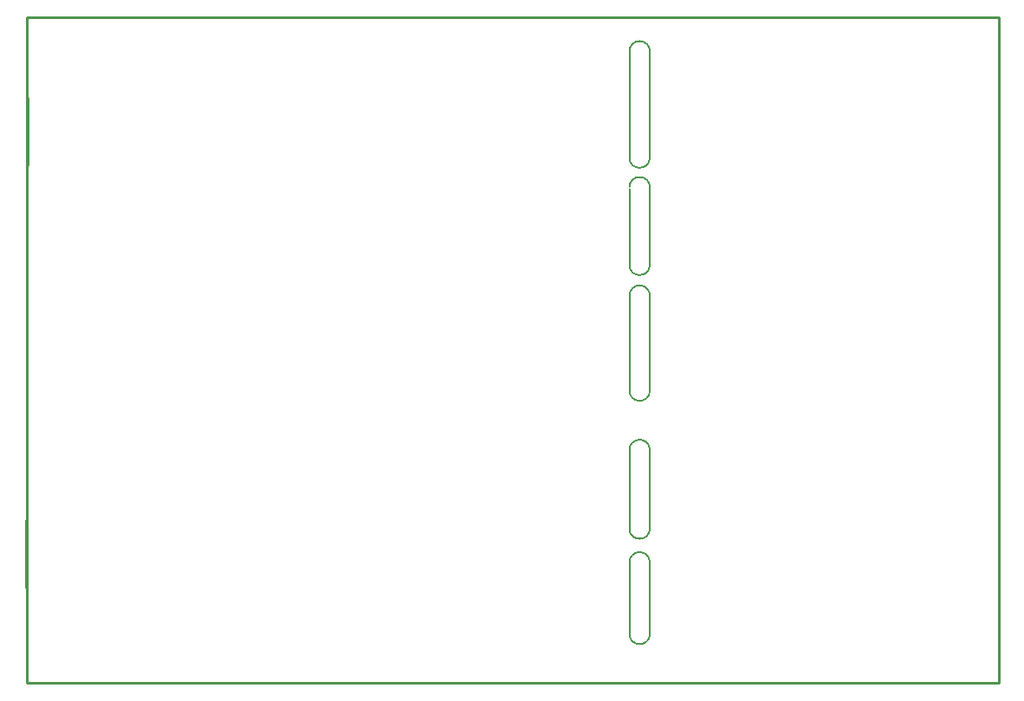
<source format=gko>
G04 Layer: BoardOutlineLayer*
G04 EasyEDA v6.5.51, 2025-10-24 11:51:23*
G04 97615f8f373a41e584ce2743ba089a90,41e67a4a1722464fbd0118792d3d5ae6,10*
G04 Gerber Generator version 0.2*
G04 Scale: 100 percent, Rotated: No, Reflected: No *
G04 Dimensions in millimeters *
G04 leading zeros omitted , absolute positions ,4 integer and 5 decimal *
%FSLAX45Y45*%
%MOMM*%

%ADD10C,0.2000*%
%ADD11C,0.2540*%
%ADD12C,0.0181*%
D10*
X6089987Y-5419989D02*
G01*
X6089987Y-4659988D01*
X5889988Y-4669990D02*
G01*
X5889988Y-5419986D01*
X6089987Y-4369991D02*
G01*
X6089987Y-3329985D01*
X5889988Y-3329985D02*
G01*
X5889988Y-4369991D01*
X6089987Y-6649986D02*
G01*
X6089987Y-5719986D01*
X5889988Y-5719986D02*
G01*
X5889988Y-6649986D01*
X6090051Y-7999938D02*
G01*
X6089987Y-7229985D01*
X5889988Y-7229985D02*
G01*
X5890039Y-7999938D01*
X5889988Y-8329983D02*
G01*
X5890039Y-9029936D01*
X6090051Y-9029936D02*
G01*
X6090038Y-8329929D01*
D11*
X0Y-2999994D02*
G01*
X9499981Y-2999994D01*
X9499981Y-9509980D02*
G01*
X2Y-9509980D01*
X9499981Y-2999994D02*
G01*
X9499981Y-9509983D01*
X0Y-2999994D02*
G01*
X0Y-9509983D01*
D10*
G75*
G01*
X6090036Y-8329935D02*
G03*
X5890057Y-8329879I-99989J740D01*
G75*
G01*
X6089983Y-5719983D02*
G03*
X5890003Y-5719928I-99990J740D01*
G75*
G01*
X5889983Y-5419984D02*
G03*
X6090003Y-5419984I100010J713D01*
G75*
G01*
X6089988Y-4659991D02*
G03*
X5890009Y-4659935I-99990J740D01*
G75*
G01*
X6089983Y-3329988D02*
G03*
X5890003Y-3329932I-99990J740D01*
G75*
G01*
X5890036Y-9029934D02*
G03*
X6090056Y-9029934I100010J713D01*
G75*
G01*
X5889988Y-6649987D02*
G03*
X6090008Y-6649987I100010J713D01*
G75*
G01*
X6089988Y-7229986D02*
G03*
X5890009Y-7229930I-99990J741D01*
G75*
G01*
X5890036Y-7999936D02*
G03*
X6090056Y-7999936I100010J713D01*
G75*
G01*
X5889988Y-4369991D02*
G03*
X6090008Y-4369991I100010J713D01*
D11*
X-9999Y-8579982D02*
G01*
X-9999Y-7919984D01*
X9499981Y-7469985D02*
G01*
X9499981Y-8129983D01*
X9390Y-4445805D02*
G01*
X9390Y-3785806D01*

%LPD*%
M02*

</source>
